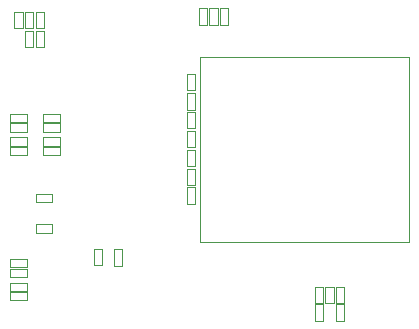
<source format=gbr>
%TF.GenerationSoftware,KiCad,Pcbnew,7.0.6*%
%TF.CreationDate,2023-09-15T14:04:58+02:00*%
%TF.ProjectId,V8,56382e6b-6963-4616-945f-706362585858,rev?*%
%TF.SameCoordinates,Original*%
%TF.FileFunction,Other,User*%
%FSLAX46Y46*%
G04 Gerber Fmt 4.6, Leading zero omitted, Abs format (unit mm)*
G04 Created by KiCad (PCBNEW 7.0.6) date 2023-09-15 14:04:58*
%MOMM*%
%LPD*%
G01*
G04 APERTURE LIST*
%ADD10C,0.050000*%
G04 APERTURE END LIST*
D10*
%TO.C,R26*%
X153650000Y-81400000D02*
X152950000Y-81400000D01*
X152950000Y-81400000D02*
X152950000Y-82800000D01*
X153650000Y-82800000D02*
X153650000Y-81400000D01*
X152950000Y-82800000D02*
X153650000Y-82800000D01*
%TO.C,R18*%
X154550000Y-81400000D02*
X153850000Y-81400000D01*
X153850000Y-81400000D02*
X153850000Y-82800000D01*
X154550000Y-82800000D02*
X154550000Y-81400000D01*
X153850000Y-82800000D02*
X154550000Y-82800000D01*
%TO.C,R2*%
X138400000Y-91050000D02*
X138400000Y-90350000D01*
X138400000Y-90350000D02*
X137000000Y-90350000D01*
X137000000Y-91050000D02*
X138400000Y-91050000D01*
X137000000Y-90350000D02*
X137000000Y-91050000D01*
%TO.C,C26*%
X152650000Y-90180000D02*
X151950000Y-90180000D01*
X151950000Y-90180000D02*
X151950000Y-91580000D01*
X152650000Y-91580000D02*
X152650000Y-90180000D01*
X151950000Y-91580000D02*
X152650000Y-91580000D01*
%TO.C,R1*%
X141200000Y-91050000D02*
X141200000Y-90350000D01*
X141200000Y-90350000D02*
X139800000Y-90350000D01*
X139800000Y-91050000D02*
X141200000Y-91050000D01*
X139800000Y-90350000D02*
X139800000Y-91050000D01*
%TO.C,C5*%
X137000000Y-104650000D02*
X137000000Y-105350000D01*
X137000000Y-105350000D02*
X138400000Y-105350000D01*
X138400000Y-104650000D02*
X137000000Y-104650000D01*
X138400000Y-105350000D02*
X138400000Y-104650000D01*
%TO.C,C15*%
X145750000Y-103200000D02*
X146450000Y-103200000D01*
X146450000Y-103200000D02*
X146450000Y-101800000D01*
X145750000Y-101800000D02*
X145750000Y-103200000D01*
X146450000Y-101800000D02*
X145750000Y-101800000D01*
%TO.C,R11*%
X151950000Y-96380000D02*
X152650000Y-96380000D01*
X152650000Y-96380000D02*
X152650000Y-94980000D01*
X151950000Y-94980000D02*
X151950000Y-96380000D01*
X152650000Y-94980000D02*
X151950000Y-94980000D01*
%TO.C,R6*%
X137000000Y-102650000D02*
X137000000Y-103350000D01*
X137000000Y-103350000D02*
X138400000Y-103350000D01*
X138400000Y-102650000D02*
X137000000Y-102650000D01*
X138400000Y-103350000D02*
X138400000Y-102650000D01*
%TO.C,C8*%
X138950000Y-81700000D02*
X138250000Y-81700000D01*
X138250000Y-81700000D02*
X138250000Y-83100000D01*
X138950000Y-83100000D02*
X138950000Y-81700000D01*
X138250000Y-83100000D02*
X138950000Y-83100000D01*
%TO.C,R3*%
X138400000Y-93850000D02*
X138400000Y-93150000D01*
X138400000Y-93150000D02*
X137000000Y-93150000D01*
X137000000Y-93850000D02*
X138400000Y-93850000D01*
X137000000Y-93150000D02*
X137000000Y-93850000D01*
%TO.C,C3*%
X138400000Y-93050000D02*
X138400000Y-92350000D01*
X138400000Y-92350000D02*
X137000000Y-92350000D01*
X137000000Y-93050000D02*
X138400000Y-93050000D01*
X137000000Y-92350000D02*
X137000000Y-93050000D01*
%TO.C,C4*%
X141200000Y-93050000D02*
X141200000Y-92350000D01*
X141200000Y-92350000D02*
X139800000Y-92350000D01*
X139800000Y-93050000D02*
X141200000Y-93050000D01*
X139800000Y-92350000D02*
X139800000Y-93050000D01*
%TO.C,R12*%
X151950000Y-97980000D02*
X152650000Y-97980000D01*
X152650000Y-97980000D02*
X152650000Y-96580000D01*
X151950000Y-96580000D02*
X151950000Y-97980000D01*
X152650000Y-96580000D02*
X151950000Y-96580000D01*
%TO.C,J1*%
X170780000Y-85505000D02*
X153080000Y-85505000D01*
X153080000Y-85505000D02*
X153080000Y-101205000D01*
X170780000Y-101205000D02*
X170780000Y-85505000D01*
X153080000Y-101205000D02*
X170780000Y-101205000D01*
%TO.C,C2*%
X138400000Y-91850000D02*
X138400000Y-91150000D01*
X138400000Y-91150000D02*
X137000000Y-91150000D01*
X137000000Y-91850000D02*
X138400000Y-91850000D01*
X137000000Y-91150000D02*
X137000000Y-91850000D01*
%TO.C,C10*%
X139150000Y-84700000D02*
X139850000Y-84700000D01*
X139850000Y-84700000D02*
X139850000Y-83300000D01*
X139150000Y-83300000D02*
X139150000Y-84700000D01*
X139850000Y-83300000D02*
X139150000Y-83300000D01*
%TO.C,R7*%
X152650000Y-86950000D02*
X151950000Y-86950000D01*
X151950000Y-86950000D02*
X151950000Y-88350000D01*
X152650000Y-88350000D02*
X152650000Y-86950000D01*
X151950000Y-88350000D02*
X152650000Y-88350000D01*
%TO.C,C13*%
X139152500Y-99700000D02*
X139152500Y-100400000D01*
X139152500Y-100400000D02*
X140552500Y-100400000D01*
X140552500Y-99700000D02*
X139152500Y-99700000D01*
X140552500Y-100400000D02*
X140552500Y-99700000D01*
%TO.C,R9*%
X151950000Y-93180000D02*
X152650000Y-93180000D01*
X152650000Y-93180000D02*
X152650000Y-91780000D01*
X151950000Y-91780000D02*
X151950000Y-93180000D01*
X152650000Y-91780000D02*
X151950000Y-91780000D01*
%TO.C,R5*%
X137000000Y-105450000D02*
X137000000Y-106150000D01*
X137000000Y-106150000D02*
X138400000Y-106150000D01*
X138400000Y-105450000D02*
X137000000Y-105450000D01*
X138400000Y-106150000D02*
X138400000Y-105450000D01*
%TO.C,R10*%
X151950000Y-94780000D02*
X152650000Y-94780000D01*
X152650000Y-94780000D02*
X152650000Y-93380000D01*
X151950000Y-93380000D02*
X151950000Y-94780000D01*
X152650000Y-93380000D02*
X151950000Y-93380000D01*
%TO.C,R21*%
X164575000Y-106380000D02*
X165275000Y-106380000D01*
X165275000Y-106380000D02*
X165275000Y-104980000D01*
X164575000Y-104980000D02*
X164575000Y-106380000D01*
X165275000Y-104980000D02*
X164575000Y-104980000D01*
%TO.C,C9*%
X138050000Y-81700000D02*
X137350000Y-81700000D01*
X137350000Y-81700000D02*
X137350000Y-83100000D01*
X138050000Y-83100000D02*
X138050000Y-81700000D01*
X137350000Y-83100000D02*
X138050000Y-83100000D01*
%TO.C,C7*%
X139150000Y-83100000D02*
X139850000Y-83100000D01*
X139850000Y-83100000D02*
X139850000Y-81700000D01*
X139150000Y-81700000D02*
X139150000Y-83100000D01*
X139850000Y-81700000D02*
X139150000Y-81700000D01*
%TO.C,R25*%
X154750000Y-82800000D02*
X155450000Y-82800000D01*
X155450000Y-82800000D02*
X155450000Y-81400000D01*
X154750000Y-81400000D02*
X154750000Y-82800000D01*
X155450000Y-81400000D02*
X154750000Y-81400000D01*
%TO.C,R22*%
X164375000Y-104980000D02*
X163675000Y-104980000D01*
X163675000Y-104980000D02*
X163675000Y-106380000D01*
X164375000Y-106380000D02*
X164375000Y-104980000D01*
X163675000Y-106380000D02*
X164375000Y-106380000D01*
%TO.C,C14*%
X144750000Y-101780000D02*
X144050000Y-101780000D01*
X144050000Y-101780000D02*
X144050000Y-103180000D01*
X144750000Y-103180000D02*
X144750000Y-101780000D01*
X144050000Y-103180000D02*
X144750000Y-103180000D01*
%TO.C,C12*%
X139152500Y-97100000D02*
X139152500Y-97800000D01*
X139152500Y-97800000D02*
X140552500Y-97800000D01*
X140552500Y-97100000D02*
X139152500Y-97100000D01*
X140552500Y-97800000D02*
X140552500Y-97100000D01*
%TO.C,C29*%
X164575000Y-107880000D02*
X165275000Y-107880000D01*
X165275000Y-107880000D02*
X165275000Y-106480000D01*
X164575000Y-106480000D02*
X164575000Y-107880000D01*
X165275000Y-106480000D02*
X164575000Y-106480000D01*
%TO.C,R24*%
X162775000Y-107880000D02*
X163475000Y-107880000D01*
X163475000Y-107880000D02*
X163475000Y-106480000D01*
X162775000Y-106480000D02*
X162775000Y-107880000D01*
X163475000Y-106480000D02*
X162775000Y-106480000D01*
%TO.C,R4*%
X141200000Y-93850000D02*
X141200000Y-93150000D01*
X141200000Y-93150000D02*
X139800000Y-93150000D01*
X139800000Y-93850000D02*
X141200000Y-93850000D01*
X139800000Y-93150000D02*
X139800000Y-93850000D01*
%TO.C,C6*%
X137000000Y-103450000D02*
X137000000Y-104150000D01*
X137000000Y-104150000D02*
X138400000Y-104150000D01*
X138400000Y-103450000D02*
X137000000Y-103450000D01*
X138400000Y-104150000D02*
X138400000Y-103450000D01*
%TO.C,C1*%
X141200000Y-91850000D02*
X141200000Y-91150000D01*
X141200000Y-91150000D02*
X139800000Y-91150000D01*
X139800000Y-91850000D02*
X141200000Y-91850000D01*
X139800000Y-91150000D02*
X139800000Y-91850000D01*
%TO.C,C11*%
X138950000Y-83300000D02*
X138250000Y-83300000D01*
X138250000Y-83300000D02*
X138250000Y-84700000D01*
X138950000Y-84700000D02*
X138950000Y-83300000D01*
X138250000Y-84700000D02*
X138950000Y-84700000D01*
%TO.C,R8*%
X152650000Y-88620000D02*
X151950000Y-88620000D01*
X151950000Y-88620000D02*
X151950000Y-90020000D01*
X152650000Y-90020000D02*
X152650000Y-88620000D01*
X151950000Y-90020000D02*
X152650000Y-90020000D01*
%TO.C,R23*%
X163475000Y-104980000D02*
X162775000Y-104980000D01*
X162775000Y-104980000D02*
X162775000Y-106380000D01*
X163475000Y-106380000D02*
X163475000Y-104980000D01*
X162775000Y-106380000D02*
X163475000Y-106380000D01*
%TD*%
M02*

</source>
